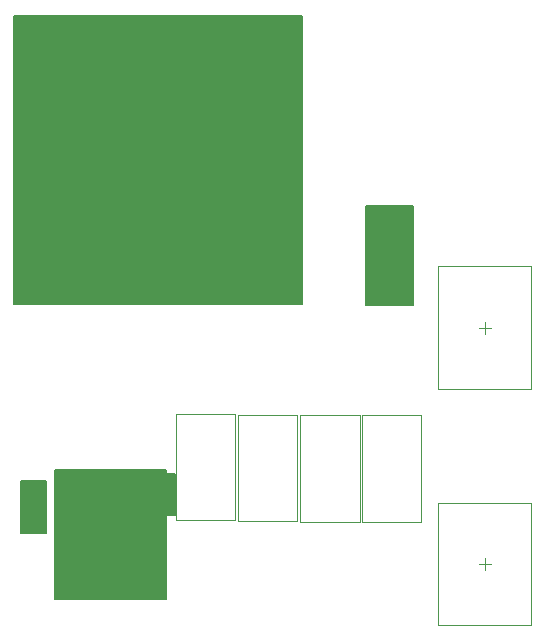
<source format=gbr>
%TF.GenerationSoftware,Altium Limited,Altium Designer,21.6.4 (81)*%
G04 Layer_Color=32768*
%FSLAX26Y26*%
%MOIN*%
%TF.SameCoordinates,D1CDB01D-C4A6-469F-8C54-8347A019B806*%
%TF.FilePolarity,Positive*%
%TF.FileFunction,Other,Mechanical_15*%
%TF.Part,Single*%
G01*
G75*
%TA.AperFunction,NonConductor*%
%ADD42C,0.006000*%
%ADD49C,0.001968*%
G36*
X1307756Y1401890D02*
X347756D01*
Y2361890D01*
X1307756D01*
Y1401890D01*
D02*
G37*
G36*
X1678409Y1399476D02*
X1520409D01*
Y1728476D01*
X1678409D01*
Y1399476D01*
D02*
G37*
G36*
X453901Y638394D02*
X370901D01*
Y812394D01*
X453901D01*
Y638394D01*
D02*
G37*
G36*
X855283Y835024D02*
X885000D01*
Y700409D01*
X855283D01*
Y418464D01*
X486283D01*
Y848465D01*
X855283D01*
Y835024D01*
D02*
G37*
D42*
X1307756Y1401890D02*
Y2361890D01*
X347756Y1401890D02*
X1307756D01*
X347756D02*
Y2361890D01*
X1307756D01*
X855283Y418464D02*
Y848465D01*
X486283Y418464D02*
X855283D01*
X486283D02*
Y848465D01*
X855283D01*
X885000Y700409D02*
Y835024D01*
X807913D02*
X885000D01*
X807913Y700409D02*
Y835024D01*
Y700409D02*
X885000D01*
X1678409Y1399476D02*
Y1728476D01*
X1520409D02*
X1678409D01*
X1520409Y1399476D02*
Y1728476D01*
Y1399476D02*
X1678409D01*
X370901Y638394D02*
X453901D01*
X370901D02*
Y812394D01*
X453901D01*
Y638394D02*
Y812394D01*
D49*
X1303149Y1032677D02*
X1500000D01*
X1303149Y677953D02*
X1500000D01*
X1303149D02*
Y1032677D01*
X1500000Y677953D02*
Y1032677D01*
X887795Y1037598D02*
X1084646D01*
X887795Y682874D02*
X1084646D01*
X887795D02*
Y1037598D01*
X1084646Y682874D02*
Y1037598D01*
X1897638Y1323819D02*
X1937008D01*
X1917323Y1304134D02*
Y1343504D01*
X1761811Y1119094D02*
Y1528543D01*
X2072835D01*
Y1119094D02*
Y1528543D01*
X1761811Y1119094D02*
X2072835D01*
X1897638Y536417D02*
X1937008D01*
X1917323Y516732D02*
Y556102D01*
X1761811Y331693D02*
Y741142D01*
X2072835D01*
Y331693D02*
Y741142D01*
X1761811Y331693D02*
X2072835D01*
X1093504Y1034646D02*
X1290354D01*
X1093504Y679921D02*
X1290354D01*
X1093504D02*
Y1034646D01*
X1290354Y679921D02*
Y1034646D01*
X1508858Y1032677D02*
X1705708D01*
X1508858Y677953D02*
X1705708D01*
X1508858D02*
Y1032677D01*
X1705708Y677953D02*
Y1032677D01*
%TF.MD5,e677acf471453eabfe76ffff93544a9e*%
M02*

</source>
